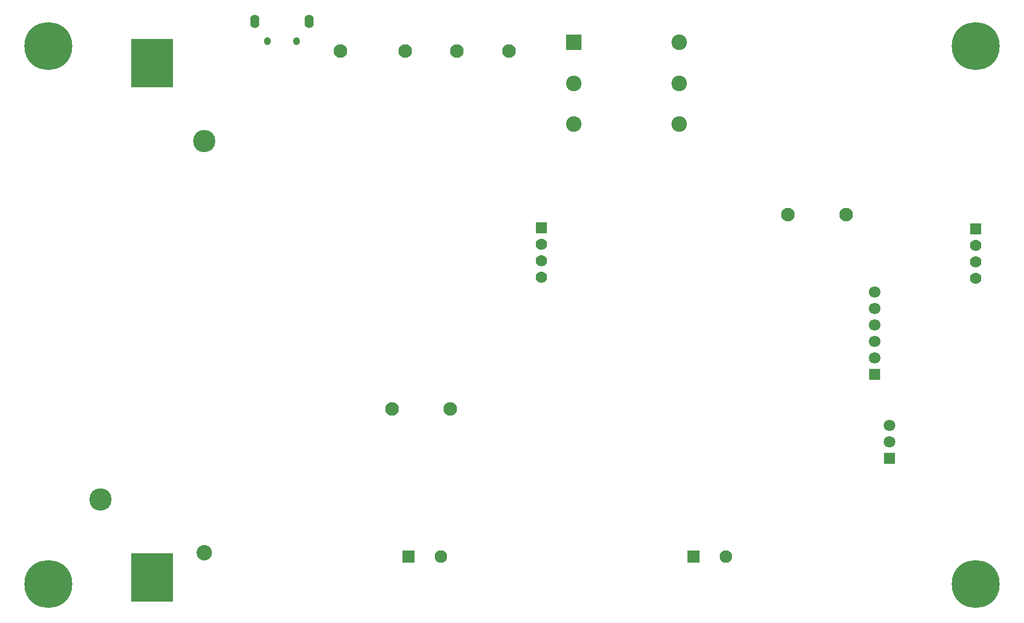
<source format=gbr>
%TF.GenerationSoftware,Altium Limited,Altium Designer,21.6.1 (37)*%
G04 Layer_Color=255*
%FSLAX43Y43*%
%MOMM*%
%TF.SameCoordinates,A8206A2C-5CB0-4F6E-B559-DFDA062B5CA2*%
%TF.FilePolarity,Positive*%
%TF.FileFunction,Pads,Bot*%
%TF.Part,Single*%
G01*
G75*
%TA.AperFunction,ComponentPad*%
%ADD40C,1.800*%
%ADD41R,1.800X1.800*%
%ADD42R,2.400X2.400*%
%ADD43C,2.400*%
%ADD44O,1.050X1.250*%
%ADD45C,2.100*%
%ADD46C,3.450*%
%ADD47C,2.388*%
%ADD48R,1.950X1.950*%
%ADD49C,1.950*%
%TA.AperFunction,ViaPad*%
%ADD50C,7.400*%
%TA.AperFunction,ComponentPad*%
%ADD51R,1.778X1.778*%
%ADD52C,1.778*%
%TA.AperFunction,SMDPad,CuDef*%
%ADD55R,6.477X7.468*%
%TA.AperFunction,ComponentPad*%
%ADD56O,1.400X2.100*%
D40*
X135700Y27940D02*
D03*
Y30480D02*
D03*
X133375Y40920D02*
D03*
Y43460D02*
D03*
Y46000D02*
D03*
Y48540D02*
D03*
Y51080D02*
D03*
D41*
X135700Y25400D02*
D03*
X133375Y38380D02*
D03*
D42*
X87000Y89579D02*
D03*
D43*
Y76979D02*
D03*
Y83279D02*
D03*
X103300Y89579D02*
D03*
Y76979D02*
D03*
Y83279D02*
D03*
D44*
X39775Y89750D02*
D03*
X44225D02*
D03*
D45*
X59000Y33006D02*
D03*
X61000Y88200D02*
D03*
X51000Y88200D02*
D03*
X129000Y63000D02*
D03*
X69000Y88200D02*
D03*
X77000D02*
D03*
X68000Y33006D02*
D03*
X120000Y63000D02*
D03*
D46*
X30001Y74311D02*
D03*
X13999Y19066D02*
D03*
D47*
X30001Y10836D02*
D03*
D48*
X105500Y10250D02*
D03*
X61500D02*
D03*
D49*
X110500D02*
D03*
X66500D02*
D03*
D50*
X149000Y89000D02*
D03*
Y6000D02*
D03*
X6000D02*
D03*
Y89000D02*
D03*
D51*
X82000Y61000D02*
D03*
X149000Y60810D02*
D03*
D52*
X82000Y55920D02*
D03*
Y53380D02*
D03*
Y58460D02*
D03*
X149000Y58270D02*
D03*
Y53190D02*
D03*
Y55730D02*
D03*
D55*
X22000Y86376D02*
D03*
Y7001D02*
D03*
D56*
X46175Y92805D02*
D03*
X37825D02*
D03*
%TF.MD5,7f1b83abe57278960470c9119bc258f2*%
M02*

</source>
